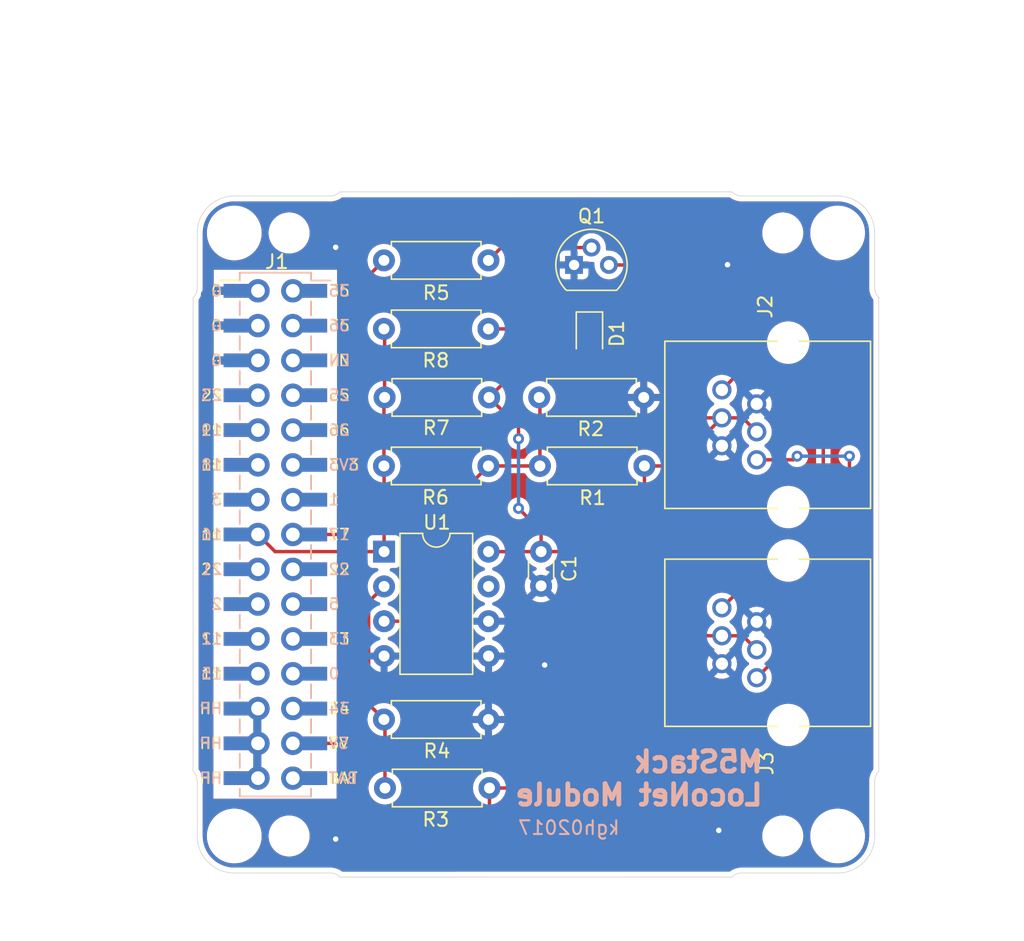
<source format=kicad_pcb>
(kicad_pcb (version 20211014) (generator pcbnew)
  (title_block (title "M5Stack LocoNet Module") (date "2022-10-23"))
  (layers (0 "F.Cu" signal) (31 "B.Cu" signal) (34 "B.Paste" user) (35 "F.Paste" user) (36 "B.SilkS" user "B.Silkscreen") (37 "F.SilkS" user "F.Silkscreen") (38 "B.Mask" user) (39 "F.Mask" user) (44 "Edge.Cuts" user))
  (net 0 "")
  (net 1 "GND")
  (net 2 "+3V3")
  (net 3 "VBUS")
  (net 4 "+5V")
  (net 5 "+BATT")
  (net 6 "Net-(D1-Pad1)")
  (net 22 "Net-(J2-Pad1)")
  (net 23 "Net-(J2-Pad3)")
  (net 24 "Net-(J2-Pad6)")
  (net 25 "Net-(Q1-Pad2)")
  (net 26 "Net-(R1-Pad2)")
  (net 27 "Net-(R3-Pad2)")
  (net 28 "TX")
  (net 29 "RX")
  (footprint "@bf:BF@MountingHole_2.2mm_M2" (layer "F.Cu") (at 109 105)
    (fp_text reference "H5" hide)
    (fp_text value "MountingHole" hide)
    (pad "" np_thru_hole circle (at 0 0) (size 2.2 2.2) (drill 2.2) (layers F&B.Cu *.Mask))
  )
  (footprint "@bf:BF@MountingHole_3.2mm_M3" (layer "F.Cu") (at 149 149)
    (fp_text reference "H3" hide)
    (fp_text value "MountingHole" hide)
    (pad "" np_thru_hole circle (at 0 0) (size 3.2 3.2) (drill 3.2) (layers F&B.Cu *.Mask))
  )
  (footprint "0-LocalLibrary:R_Axial_DIN0207_L6.3mm_D2.5mm_P7.62mm_Horizontal" (layer "F.Cu") (at 123.535 112 180)
    (fp_text reference "R8" (at 3.835 -2.3) (layer "F.SilkS"))
    (fp_text value "470" hide)
    (pad "1" thru_hole circle (at 0 0 180) (size 1.6 1.6) (drill 0.8) (layers *.Cu *.Mask) (net 6 "Net-(D1-Pad1)"))
    (pad "2" thru_hole oval (at 7.62 0 180) (size 1.6 1.6) (drill 0.8) (layers *.Cu *.Mask) (net 29 "RX"))
  )
  (footprint "0-LocalLibrary:R_Axial_DIN0207_L6.3mm_D2.5mm_P7.62mm_Horizontal" (layer "F.Cu") (at 123.535 122 180)
    (fp_text reference "R6" (at 3.86 -2.3) (layer "F.SilkS"))
    (fp_text value "240k" hide)
    (pad "1" thru_hole circle (at 0 0 180) (size 1.6 1.6) (drill 0.8) (layers *.Cu *.Mask) (net 26 "Net-(R1-Pad2)"))
    (pad "2" thru_hole oval (at 7.62 0 180) (size 1.6 1.6) (drill 0.8) (layers *.Cu *.Mask) (net 29 "RX"))
  )
  (footprint "@bf:BF@MountingHole_2.2mm_M2" (layer "F.Cu") (at 109 149)
    (fp_text reference "H8" hide)
    (fp_text value "MountingHole" hide)
    (pad "" np_thru_hole circle (at 0 0) (size 2.2 2.2) (drill 2.2) (layers F&B.Cu *.Mask))
  )
  (footprint "0-LocalLibrary:R_Axial_DIN0207_L6.3mm_D2.5mm_P7.62mm_Horizontal" (layer "F.Cu") (at 115.915 140.5)
    (fp_text reference "R4" (at 3.86 2.3) (layer "F.SilkS"))
    (fp_text value "39k" hide)
    (pad "1" thru_hole circle (at 0 0) (size 1.6 1.6) (drill 0.8) (layers *.Cu *.Mask) (net 27 "Net-(R3-Pad2)"))
    (pad "2" thru_hole oval (at 7.62 0) (size 1.6 1.6) (drill 0.8) (layers *.Cu *.Mask) (net 1 "GND"))
  )
  (footprint "0-LocalLibrary:TO-92" (layer "F.Cu") (at 129.78 107.335)
    (fp_text reference "Q1" (at 1.27 -3.56) (layer "F.SilkS"))
    (fp_text value "2N3904" hide)
    (pad "1" thru_hole rect (at 0 0) (size 1.3 1.3) (drill 0.75) (layers *.Cu *.Mask) (net 1 "GND"))
    (pad "2" thru_hole circle (at 1.27 -1.27) (size 1.3 1.3) (drill 0.75) (layers *.Cu *.Mask) (net 25 "Net-(Q1-Pad2)"))
    (pad "3" thru_hole circle (at 2.54 0) (size 1.3 1.3) (drill 0.75) (layers *.Cu *.Mask) (net 23 "Net-(J2-Pad3)"))
  )
  (footprint "@bf:BF@MountingHole_3.2mm_M3" (layer "F.Cu") (at 105 149)
    (fp_text reference "H4" hide)
    (fp_text value "MountingHole" hide)
    (pad "" np_thru_hole circle (at 0 0) (size 3.2 3.2) (drill 3.2) (layers F&B.Cu *.Mask))
  )
  (footprint "0-LocalLibrary:R_Axial_DIN0207_L6.3mm_D2.5mm_P7.62mm_Horizontal" (layer "F.Cu") (at 123.535 107 180)
    (fp_text reference "R5" (at 3.81 -2.37) (layer "F.SilkS"))
    (fp_text value "4.7K" hide)
    (pad "1" thru_hole circle (at 0 0 180) (size 1.6 1.6) (drill 0.8) (layers *.Cu *.Mask) (net 25 "Net-(Q1-Pad2)"))
    (pad "2" thru_hole oval (at 7.62 0 180) (size 1.6 1.6) (drill 0.8) (layers *.Cu *.Mask) (net 28 "TX"))
  )
  (footprint "0-LocalLibrary:C_Disc_D3.0mm_W1.6mm_P2.50mm" (layer "F.Cu") (at 127.375 128.25 -90)
    (fp_text reference "C1" (at 1.25 -2.05 90) (layer "F.SilkS"))
    (fp_text value "0.1u" hide)
    (pad "1" thru_hole circle (at 0 0 270) (size 1.6 1.6) (drill 0.8) (layers *.Cu *.Mask) (net 4 "+5V"))
    (pad "2" thru_hole circle (at 2.5 0 270) (size 1.6 1.6) (drill 0.8) (layers *.Cu *.Mask) (net 1 "GND"))
  )
  (footprint "0-LocalLibrary:DIP-8_W7.62mm" (layer "F.Cu") (at 115.925 128.25)
    (fp_text reference "U1" (at 3.85 -2.125) (layer "F.SilkS"))
    (fp_text value "LM393" hide)
    (pad "1" thru_hole rect (at 0 0) (size 1.6 1.6) (drill 0.8) (layers *.Cu *.Mask) (net 29 "RX"))
    (pad "2" thru_hole oval (at 0 2.54) (size 1.6 1.6) (drill 0.8) (layers *.Cu *.Mask) (net 27 "Net-(R3-Pad2)"))
    (pad "3" thru_hole oval (at 0 5.08) (size 1.6 1.6) (drill 0.8) (layers *.Cu *.Mask) (net 26 "Net-(R1-Pad2)"))
    (pad "4" thru_hole oval (at 0 7.62) (size 1.6 1.6) (drill 0.8) (layers *.Cu *.Mask) (net 1 "GND"))
    (pad "5" thru_hole oval (at 7.62 7.62) (size 1.6 1.6) (drill 0.8) (layers *.Cu *.Mask) (net 1 "GND"))
    (pad "6" thru_hole oval (at 7.62 5.08) (size 1.6 1.6) (drill 0.8) (layers *.Cu *.Mask) (net 1 "GND"))
    (pad "7" thru_hole oval (at 7.62 2.54) (size 1.6 1.6) (drill 0.8) (layers *.Cu *.Mask))
    (pad "8" thru_hole oval (at 7.62 0) (size 1.6 1.6) (drill 0.8) (layers *.Cu *.Mask) (net 4 "+5V"))
  )
  (footprint "0-LocalLibrary:R_Axial_DIN0207_L6.3mm_D2.5mm_P7.62mm_Horizontal" (layer "F.Cu") (at 123.585 117 180)
    (fp_text reference "R7" (at 3.86 -2.225) (layer "F.SilkS"))
    (fp_text value "1k" hide)
    (pad "1" thru_hole circle (at 0 0 180) (size 1.6 1.6) (drill 0.8) (layers *.Cu *.Mask) (net 4 "+5V"))
    (pad "2" thru_hole oval (at 7.62 0 180) (size 1.6 1.6) (drill 0.8) (layers *.Cu *.Mask) (net 29 "RX"))
  )
  (footprint "@bf:BF@MountingHole_3.2mm_M3" (layer "F.Cu") (at 149 105)
    (fp_text reference "H2" hide)
    (fp_text value "MountingHole" hide)
    (pad "" np_thru_hole circle (at 0 0) (size 3.2 3.2) (drill 3.2) (layers F&B.Cu *.Mask))
  )
  (footprint "@bf:BF@MountingHole_2.2mm_M2" (layer "F.Cu") (at 145 105)
    (fp_text reference "H6" hide)
    (fp_text value "MountingHole" hide)
    (pad "" np_thru_hole circle (at 0 0) (size 2.2 2.2) (drill 2.2) (layers F&B.Cu *.Mask))
  )
  (footprint "0-LocalLibrary:RJ12_6P6C_Jack" (layer "F.Cu") (at 143.9 119 90)
    (fp_text reference "J2" (at 8.625 -0.175 90 unlocked) (layer "F.SilkS"))
    (fp_text value "RJ12" hide)
    (pad "" np_thru_hole circle (at -6 1.5 90) (size 1.524 1.524) (drill 2.3) (layers F&B.Cu *.Mask))
    (pad "" np_thru_hole circle (at 6 1.5 90) (size 1.524 1.524) (drill 2.3) (layers F&B.Cu *.Mask))
    (pad "1" thru_hole circle (at 2.55 -3.34 90) (size 1.4 1.4) (drill 0.9) (layers *.Cu *.Mask) (net 22 "Net-(J2-Pad1)"))
    (pad "2" thru_hole circle (at 1.53 -0.8 90) (size 1.4 1.4) (drill 0.9) (layers *.Cu *.Mask) (net 1 "GND"))
    (pad "3" thru_hole circle (at 0.51 -3.34 90) (size 1.4 1.4) (drill 0.9) (layers *.Cu *.Mask) (net 23 "Net-(J2-Pad3)"))
    (pad "4" thru_hole circle (at -0.51 -0.8 90) (size 1.4 1.4) (drill 0.9) (layers *.Cu *.Mask) (net 23 "Net-(J2-Pad3)"))
    (pad "5" thru_hole circle (at -1.53 -3.34 90) (size 1.4 1.4) (drill 0.9) (layers *.Cu *.Mask) (net 1 "GND"))
    (pad "6" thru_hole circle (at -2.55 -0.8 90) (size 1.4 1.4) (drill 0.9) (layers *.Cu *.Mask) (net 24 "Net-(J2-Pad6)"))
  )
  (footprint "0-LocalLibrary:RJ12_6P6C_Jack" (layer "F.Cu") (at 143.9 134.9 90)
    (fp_text reference "J3" (at -8.8 -0.1 90 unlocked) (layer "F.SilkS"))
    (fp_text value "RJ12" hide)
    (pad "" np_thru_hole circle (at -6 1.5 90) (size 1.524 1.524) (drill 2.3) (layers F&B.Cu *.Mask))
    (pad "" np_thru_hole circle (at 6 1.5 90) (size 1.524 1.524) (drill 2.3) (layers F&B.Cu *.Mask))
    (pad "1" thru_hole circle (at 2.55 -3.34 90) (size 1.4 1.4) (drill 0.9) (layers *.Cu *.Mask) (net 22 "Net-(J2-Pad1)"))
    (pad "2" thru_hole circle (at 1.53 -0.8 90) (size 1.4 1.4) (drill 0.9) (layers *.Cu *.Mask) (net 1 "GND"))
    (pad "3" thru_hole circle (at 0.51 -3.34 90) (size 1.4 1.4) (drill 0.9) (layers *.Cu *.Mask) (net 23 "Net-(J2-Pad3)"))
    (pad "4" thru_hole circle (at -0.51 -0.8 90) (size 1.4 1.4) (drill 0.9) (layers *.Cu *.Mask) (net 23 "Net-(J2-Pad3)"))
    (pad "5" thru_hole circle (at -1.53 -3.34 90) (size 1.4 1.4) (drill 0.9) (layers *.Cu *.Mask) (net 1 "GND"))
    (pad "6" thru_hole circle (at -2.55 -0.8 90) (size 1.4 1.4) (drill 0.9) (layers *.Cu *.Mask) (net 24 "Net-(J2-Pad6)"))
  )
  (footprint "@bf:BF@MountingHole_3.2mm_M3" (layer "F.Cu") (at 105 105)
    (fp_text reference "H1" hide)
    (fp_text value "MountingHole" hide)
    (pad "" np_thru_hole circle (at 0 0) (size 3.2 3.2) (drill 3.2) (layers F&B.Cu *.Mask))
  )
  (footprint "0-LocalLibrary:R_Axial_DIN0207_L6.3mm_D2.5mm_P7.62mm_Horizontal" (layer "F.Cu") (at 127.24 117)
    (fp_text reference "R2" (at 3.76 2.3) (layer "F.SilkS"))
    (fp_text value "150k" hide)
    (pad "1" thru_hole circle (at 0 0) (size 1.6 1.6) (drill 0.8) (layers *.Cu *.Mask) (net 26 "Net-(R1-Pad2)"))
    (pad "2" thru_hole oval (at 7.62 0) (size 1.6 1.6) (drill 0.8) (layers *.Cu *.Mask) (net 1 "GND"))
  )
  (footprint "0-LocalLibrary:R_Axial_DIN0207_L6.3mm_D2.5mm_P7.62mm_Horizontal" (layer "F.Cu") (at 134.91 122 180)
    (fp_text reference "R1" (at 3.785 -2.325) (layer "F.SilkS"))
    (fp_text value "47k" hide)
    (pad "1" thru_hole circle (at 0 0 180) (size 1.6 1.6) (drill 0.8) (layers *.Cu *.Mask) (net 23 "Net-(J2-Pad3)"))
    (pad "2" thru_hole oval (at 7.62 0 180) (size 1.6 1.6) (drill 0.8) (layers *.Cu *.Mask) (net 26 "Net-(R1-Pad2)"))
  )
  (footprint "@bf:BF@MountingHole_2.2mm_M2" (layer "F.Cu") (at 145 149)
    (fp_text reference "H7" hide)
    (fp_text value "MountingHole" hide)
    (pad "" np_thru_hole circle (at 0 0) (size 2.2 2.2) (drill 2.2) (layers F&B.Cu *.Mask))
  )
  (footprint "0-LocalLibrary:LED_0805_2012Metric" (layer "F.Cu") (at 130.9 112.45 -90)
    (fp_text reference "D1" (at -0.1 -2 90) (layer "F.SilkS"))
    (fp_text value "LED" hide)
    (pad "1" smd roundrect (at -0.9375 0 270) (size 0.975 1.4) (layers "F.Cu" "F.Paste" "F.Mask") (net 6 "Net-(D1-Pad1)"))
    (pad "2" smd roundrect (at 0.9375 0 270) (size 0.975 1.4) (layers "F.Cu" "F.Paste" "F.Mask") (net 4 "+5V"))
  )
  (footprint "0-LocalLibrary:BF@M5Stack_MBUS" (layer "F.Cu") (at 108 127)
    (fp_text reference "J1" (at 0.1 -19.9) (layer "F.SilkS"))
    (fp_text value "M-BUS" hide)
    (fp_text user "3" (at -3.81 -2.54 180) (layer "B.SilkS") (effects (font (size 0.8 0.8) (thickness 0.12)) (justify left mirror)))
    (fp_text user "HP" (at -3.81 12.7 180) (layer "B.SilkS") (effects (font (size 0.8 0.8) (thickness 0.12)) (justify left mirror)))
    (fp_text user "16" (at -3.81 0 180) (layer "B.SilkS") (effects (font (size 0.8 0.8) (thickness 0.12)) (justify left mirror)))
    (fp_text user "26" (at 3.81 -7.62 180) (layer "B.SilkS") (effects (font (size 0.8 0.8) (thickness 0.12)) (justify right mirror)))
    (fp_text user "34" (at 3.81 12.7 180) (layer "B.SilkS") (effects (font (size 0.8 0.8) (thickness 0.12)) (justify right mirror)))
    (fp_text user "21" (at -3.81 2.54 180) (layer "B.SilkS") (effects (font (size 0.8 0.8) (thickness 0.12)) (justify left mirror)))
    (fp_text user "HP" (at -3.81 15.24 180) (layer "B.SilkS") (effects (font (size 0.8 0.8) (thickness 0.12)) (justify left mirror)))
    (fp_text user "2" (at -3.81 5.08 180) (layer "B.SilkS") (effects (font (size 0.8 0.8) (thickness 0.12)) (justify left mirror)))
    (fp_text user "G" (at -3.81 -12.7 180) (layer "B.SilkS") (effects (font (size 0.8 0.8) (thickness 0.12)) (justify left mirror)))
    (fp_text user "5" (at 3.81 5.08 180) (layer "B.SilkS") (effects (font (size 0.8 0.8) (thickness 0.12)) (justify right mirror)))
    (fp_text user "25" (at 3.81 -10.16 180) (layer "B.SilkS") (effects (font (size 0.8 0.8) (thickness 0.12)) (justify right mirror)))
    (fp_text user "36" (at 3.81 -15.24 180) (layer "B.SilkS") (effects (font (size 0.8 0.8) (thickness 0.12)) (justify right mirror)))
    (fp_text user "3V3" (at 3.81 -5.08 180) (layer "B.SilkS") (effects (font (size 0.8 0.8) (thickness 0.12)) (justify right mirror)))
    (fp_text user "18" (at -3.81 -5.08 180) (layer "B.SilkS") (effects (font (size 0.8 0.8) (thickness 0.12)) (justify left mirror)))
    (fp_text user "13" (at 3.81 7.62 180) (layer "B.SilkS") (effects (font (size 0.8 0.8) (thickness 0.12)) (justify right mirror)))
    (fp_text user "22" (at 3.81 2.54 180) (layer "B.SilkS") (effects (font (size 0.8 0.8) (thickness 0.12)) (justify right mirror)))
    (fp_text user "35" (at 3.81 -17.78 180) (layer "B.SilkS") (effects (font (size 0.8 0.8) (thickness 0.12)) (justify right mirror)))
    (fp_text user "HP" (at -3.81 17.78 180) (layer "B.SilkS") (effects (font (size 0.8 0.8) (thickness 0.12)) (justify left mirror)))
    (fp_text user "1" (at 3.81 -2.54 180) (layer "B.SilkS") (effects (font (size 0.8 0.8) (thickness 0.12)) (justify right mirror)))
    (fp_text user "5V" (at 3.81 15.24 180) (layer "B.SilkS") (effects (font (size 0.8 0.8) (thickness 0.12)) (justify right mirror)))
    (fp_text user "G" (at -3.81 -15.24 180) (layer "B.SilkS") (effects (font (size 0.8 0.8) (thickness 0.12)) (justify left mirror)))
    (fp_text user "23" (at -3.81 -10.16 180) (layer "B.SilkS") (effects (font (size 0.8 0.8) (thickness 0.12)) (justify left mirror)))
    (fp_text user "G" (at -3.81 -17.78 180) (layer "B.SilkS") (effects (font (size 0.8 0.8) (thickness 0.12)) (justify left mirror)))
    (fp_text user "0" (at 3.81 10.16 180) (layer "B.SilkS") (effects (font (size 0.8 0.8) (thickness 0.12)) (justify right mirror)))
    (fp_text user "17" (at 3.81 0 180) (layer "B.SilkS") (effects (font (size 0.8 0.8) (thickness 0.12)) (justify right mirror)))
    (fp_text user "15" (at -3.81 10.16 180) (layer "B.SilkS") (effects (font (size 0.8 0.8) (thickness 0.12)) (justify left mirror)))
    (fp_text user "12" (at -3.81 7.62 180) (layer "B.SilkS") (effects (font (size 0.8 0.8) (thickness 0.12)) (justify left mirror)))
    (fp_text user "19" (at -3.81 -7.62 180) (layer "B.SilkS") (effects (font (size 0.8 0.8) (thickness 0.12)) (justify left mirror)))
    (fp_text user "BAT" (at 3.81 17.78 180) (layer "B.SilkS") (effects (font (size 0.8 0.8) (thickness 0.12)) (justify right mirror)))
    (fp_text user "EN" (at 3.81 -12.7 180) (layer "B.SilkS") (effects (font (size 0.8 0.8) (thickness 0.12)) (justify right mirror)))
    (fp_text user "BAT" (at 3.81 17.78) (layer "F.SilkS") (effects (font (size 0.8 0.8) (thickness 0.12)) (justify left)))
    (fp_text user "HP" (at -3.81 17.78) (layer "F.SilkS") (effects (font (size 0.8 0.8) (thickness 0.12)) (justify right)))
    (fp_text user "19" (at -3.81 -7.62) (layer "F.SilkS") (effects (font (size 0.8 0.8) (thickness 0.12)) (justify right)))
    (fp_text user "34" (at 3.81 12.7) (layer "F.SilkS") (effects (font (size 0.8 0.8) (thickness 0.12)) (justify left)))
    (fp_text user "12" (at -3.81 7.62) (layer "F.SilkS") (effects (font (size 0.8 0.8) (thickness 0.12)) (justify right)))
    (fp_text user "35" (at 3.81 -17.78) (layer "F.SilkS") (effects (font (size 0.8 0.8) (thickness 0.12)) (justify left)))
    (fp_text user "3V3" (at 3.81 -5.08) (layer "F.SilkS") (effects (font (size 0.8 0.8) (thickness 0.12)) (justify left)))
    (fp_text user "3" (at -3.81 -2.54) (layer "F.SilkS") (effects (font (size 0.8 0.8) (thickness 0.12)) (justify right)))
    (fp_text user "G" (at -3.81 -17.78) (layer "F.SilkS") (effects (font (size 0.8 0.8) (thickness 0.12)) (justify right)))
    (fp_text user "18" (at -3.81 -5.08) (layer "F.SilkS") (effects (font (size 0.8 0.8) (thickness 0.12)) (justify right)))
    (fp_text user "23" (at -3.81 -10.16) (layer "F.SilkS") (effects (font (size 0.8 0.8) (thickness 0.12)) (justify right)))
    (fp_text user "16" (at -3.81 0) (layer "F.SilkS") (effects (font (size 0.8 0.8) (thickness 0.12)) (justify right)))
    (fp_text user "13" (at 3.81 7.62) (layer "F.SilkS") (effects (font (size 0.8 0.8) (thickness 0.12)) (justify left)))
    (fp_text user "2" (at -3.81 5.08) (layer "F.SilkS") (effects (font (size 0.8 0.8) (thickness 0.12)) (justify right)))
    (fp_text user "22" (at 3.81 2.54) (layer "F.SilkS") (effects (font (size 0.8 0.8) (thickness 0.12)) (justify left)))
    (fp_text user "21" (at -3.81 2.54) (layer "F.SilkS") (effects (font (size 0.8 0.8) (thickness 0.12)) (justify right)))
    (fp_text user "0" (at 3.81 10.16) (layer "F.SilkS") (effects (font (size 0.8 0.8) (thickness 0.12)) (justify left)))
    (fp_text user "G" (at -3.81 -15.24) (layer "F.SilkS") (effects (font (size 0.8 0.8) (thickness 0.12)) (justify right)))
    (fp_text user "15" (at -3.81 10.16) (layer "F.SilkS") (effects (font (size 0.8 0.8) (thickness 0.12)) (justify right)))
    (fp_text user "1" (at 3.81 -2.54) (layer "F.SilkS") (effects (font (size 0.8 0.8) (thickness 0.12)) (justify left)))
    (fp_text user "HP" (at -3.81 15.24) (layer "F.SilkS") (effects (font (size 0.8 0.8) (thickness 0.12)) (justify right)))
    (fp_text user "5V" (at 3.81 15.24) (layer "F.SilkS") (effects (font (size 0.8 0.8) (thickness 0.12)) (justify left)))
    (fp_text user "26" (at 3.81 -7.62) (layer "F.SilkS") (effects (font (size 0.8 0.8) (thickness 0.12)) (justify left)))
    (fp_text user "EN" (at 3.81 -12.7) (layer "F.SilkS") (effects (font (size 0.8 0.8) (thickness 0.12)) (justify left)))
    (fp_text user "25" (at 3.81 -10.16) (layer "F.SilkS") (effects (font (size 0.8 0.8) (thickness 0.12)) (justify left)))
    (fp_text user "5" (at 3.81 5.08) (layer "F.SilkS") (effects (font (size 0.8 0.8) (thickness 0.12)) (justify left)))
    (fp_text user "HP" (at -3.81 12.7) (layer "F.SilkS") (effects (font (size 0.8 0.8) (thickness 0.12)) (justify right)))
    (fp_text user "36" (at 3.81 -15.24) (layer "F.SilkS") (effects (font (size 0.8 0.8) (thickness 0.12)) (justify left)))
    (fp_text user "17" (at 3.81 0) (layer "F.SilkS") (effects (font (size 0.8 0.8) (thickness 0.12)) (justify left)))
    (fp_text user "G" (at -3.81 -12.7) (layer "F.SilkS") (effects (font (size 0.8 0.8) (thickness 0.12)) (justify right)))
    (pad "" np_thru_hole circle (at 0 16.51 180) (size 1 1) (drill 1) (layers *.Cu *.Mask))
    (pad "" np_thru_hole circle (at 0 -16.51 180) (size 1 1) (drill 1) (layers F&B.Cu *.Mask))
    (pad "" np_thru_hole circle (at 0 13.97 180) (size 1 1) (drill 1) (layers *.Cu *.Mask))
    (pad "" np_thru_hole circle (at 0 -13.97 180) (size 1 1) (drill 1) (layers F&B.Cu *.Mask))
    (pad "1" smd custom (at 1.27 -17.78 180) (size 1 1) (layers "B.Cu" "B.Mask") (options (clearance outline) (anchor rect)) (primitives (gr_poly (pts (xy 0.5 0.5) (xy 0.5 -0.5) (xy -2.5 -0.5) (xy -2.5 0.5)) (width 0) (fill yes))))
    (pad "1" thru_hole circle (at 1.27 -17.78 180) (size 1.7 1.7) (drill 1) (layers *.Cu *.Mask))
    (pad "1" smd custom (at 1.27 -17.78 180) (size 1 1) (layers "F.Cu" "F.Mask") (options (clearance outline) (anchor rect)) (primitives (gr_poly (pts (xy 0.5 0.5) (xy 0.5 -0.5) (xy -2.5 -0.5) (xy -2.5 0.5)) (width 0) (fill yes))))
    (pad "2" thru_hole circle (at -1.27 -17.78) (size 1.7 1.7) (drill 1) (layers *.Cu *.Mask) (net 1 "GND"))
    (pad "2" smd custom (at -1.27 -17.78) (size 1 1) (layers "B.Cu" "B.Mask") (net 1 "GND") (options (clearance outline) (anchor rect)) (primitives (gr_poly (pts (xy 0.5 0.5) (xy 0.5 -0.5) (xy -2.5 -0.5) (xy -2.5 0.5)) (width 0) (fill yes))))
    (pad "2" smd custom (at -1.27 -17.78) (size 1 1) (layers "F.Cu" "F.Mask") (net 1 "GND") (options (clearance outline) (anchor rect)) (primitives (gr_poly (pts (xy 0.5 0.5) (xy 0.5 -0.5) (xy -2.5 -0.5) (xy -2.5 0.5)) (width 0) (fill yes))))
    (pad "3" smd custom (at 1.27 -15.24 180) (size 1 1) (layers "B.Cu" "B.Mask") (options (clearance outline) (anchor rect)) (primitives (gr_poly (pts (xy 0.5 0.5) (xy 0.5 -0.5) (xy -2.5 -0.5) (xy -2.5 0.5)) (width 0) (fill yes))))
    (pad "3" smd custom (at 1.27 -15.24 180) (size 1 1) (layers "F.Cu" "F.Mask") (options (clearance outline) (anchor rect)) (primitives (gr_poly (pts (xy 0.5 0.5) (xy 0.5 -0.5) (xy -2.5 -0.5) (xy -2.5 0.5)) (width 0) (fill yes))))
    (pad "3" thru_hole circle (at 1.27 -15.24 180) (size 1.7 1.7) (drill 1) (layers *.Cu *.Mask))
    (pad "4" thru_hole circle (at -1.27 -15.24) (size 1.7 1.7) (drill 1) (layers *.Cu *.Mask) (net 1 "GND"))
    (pad "4" smd custom (at -1.27 -15.24) (size 1 1) (layers "B.Cu" "B.Mask") (net 1 "GND") (options (clearance outline) (anchor rect)) (primitives (gr_poly (pts (xy 0.5 0.5) (xy 0.5 -0.5) (xy -2.5 -0.5) (xy -2.5 0.5)) (width 0) (fill yes))))
    (pad "4" smd custom (at -1.27 -15.24) (size 1 1) (layers "F.Cu" "F.Mask") (net 1 "GND") (options (clearance outline) (anchor rect)) (primitives (gr_poly (pts (xy 0.5 0.5) (xy 0.5 -0.5) (xy -2.5 -0.5) (xy -2.5 0.5)) (width 0) (fill yes))))
    (pad "5" smd custom (at 1.27 -12.7 180) (size 1 1) (layers "B.Cu" "B.Mask") (options (clearance outline) (anchor rect)) (primitives (gr_poly (pts (xy 0.5 0.5) (xy 0.5 -0.5) (xy -2.5 -0.5) (xy -2.5 0.5)) (width 0) (fill yes))))
    (pad "5" smd custom (at 1.27 -12.7 180) (size 1 1) (layers "F.Cu" "F.Mask") (options (clearance outline) (anchor rect)) (primitives (gr_poly (pts (xy 0.5 0.5) (xy 0.5 -0.5) (xy -2.5 -0.5) (xy -2.5 0.5)) (width 0) (fill yes))))
    (pad "5" thru_hole circle (at 1.27 -12.7 180) (size 1.7 1.7) (drill 1) (layers *.Cu *.Mask))
    (pad "6" smd custom (at -1.27 -12.7) (size 1 1) (layers "B.Cu" "B.Mask") (net 1 "GND") (options (clearance outline) (anchor rect)) (primitives (gr_poly (pts (xy 0.5 0.5) (xy 0.5 -0.5) (xy -2.5 -0.5) (xy -2.5 0.5)) (width 0) (fill yes))))
    (pad "6" thru_hole circle (at -1.27 -12.7) (size 1.7 1.7) (drill 1) (layers *.Cu *.Mask) (net 1 "GND"))
    (pad "6" smd custom (at -1.27 -12.7) (size 1 1) (layers "F.Cu" "F.Mask") (net 1 "GND") (options (clearance outline) (anchor rect)) (primitives (gr_poly (pts (xy 0.5 0.5) (xy 0.5 -0.5) (xy -2.5 -0.5) (xy -2.5 0.5)) (width 0) (fill yes))))
    (pad "7" smd custom (at 1.27 -10.16 180) (size 1 1) (layers "B.Cu" "B.Mask") (options (clearance outline) (anchor rect)) (primitives (gr_poly (pts (xy 0.5 0.5) (xy 0.5 -0.5) (xy -2.5 -0.5) (xy -2.5 0.5)) (width 0) (fill yes))))
    (pad "7" smd custom (at 1.27 -10.16 180) (size 1 1) (layers "F.Cu" "F.Mask") (options (clearance outline) (anchor rect)) (primitives (gr_poly (pts (xy 0.5 0.5) (xy 0.5 -0.5) (xy -2.5 -0.5) (xy -2.5 0.5)) (width 0) (fill yes))))
    (pad "7" thru_hole circle (at 1.27 -10.16 180) (size 1.7 1.7) (drill 1) (layers *.Cu *.Mask))
    (pad "8" thru_hole circle (at -1.27 -10.16) (size 1.7 1.7) (drill 1) (layers *.Cu *.Mask))
    (pad "8" smd custom (at -1.27 -10.16) (size 1 1) (layers "F.Cu" "F.Mask") (options (clearance outline) (anchor rect)) (primitives (gr_poly (pts (xy 0.5 0.5) (xy 0.5 -0.5) (xy -2.5 -0.5) (xy -2.5 0.5)) (width 0) (fill yes))))
    (pad "8" smd custom (at -1.27 -10.16) (size 1 1) (layers "B.Cu" "B.Mask") (options (clearance outline) (anchor rect)) (primitives (gr_poly (pts (xy 0.5 0.5) (xy 0.5 -0.5) (xy -2.5 -0.5) (xy -2.5 0.5)) (width 0) (fill yes))))
    (pad "9" smd custom (at 1.27 -7.62 180) (size 1 1) (layers "B.Cu" "B.Mask") (options (clearance outline) (anchor rect)) (primitives (gr_poly (pts (xy 0.5 0.5) (xy 0.5 -0.5) (xy -2.5 -0.5) (xy -2.5 0.5)) (width 0) (fill yes))))
    (pad "9" thru_hole circle (at 1.27 -7.62 180) (size 1.7 1.7) (drill 1) (layers *.Cu *.Mask))
    (pad "9" smd custom (at 1.27 -7.62 180) (size 1 1) (layers "F.Cu" "F.Mask") (options (clearance outline) (anchor rect)) (primitives (gr_poly (pts (xy 0.5 0.5) (xy 0.5 -0.5) (xy -2.5 -0.5) (xy -2.5 0.5)) (width 0) (fill yes))))
    (pad "10" smd custom (at -1.27 -7.62) (size 1 1) (layers "F.Cu" "F.Mask") (options (clearance outline) (anchor rect)) (primitives (gr_poly (pts (xy 0.5 0.5) (xy 0.5 -0.5) (xy -2.5 -0.5) (xy -2.5 0.5)) (width 0) (fill yes))))
    (pad "10" thru_hole circle (at -1.27 -7.62) (size 1.7 1.7) (drill 1) (layers *.Cu *.Mask))
    (pad "10" smd custom (at -1.27 -7.62) (size 1 1) (layers "B.Cu" "B.Mask") (options (clearance outline) (anchor rect)) (primitives (gr_poly (pts (xy 0.5 0.5) (xy 0.5 -0.5) (xy -2.5 -0.5) (xy -2.5 0.5)) (width 0) (fill yes))))
    (pad "11" thru_hole circle (at 1.27 -5.08 180) (size 1.7 1.7) (drill 1) (layers *.Cu *.Mask) (net 2 "+3V3"))
    (pad "11" smd custom (at 1.27 -5.08 180) (size 1 1) (layers "B.Cu" "B.Mask") (net 2 "+3V3") (options (clearance outline) (anchor rect)) (primitives (gr_poly (pts (xy 0.5 0.5) (xy 0.5 -0.5) (xy -2.5 -0.5) (xy -2.5 0.5)) (width 0) (fill yes))))
    (pad "11" smd custom (at 1.27 -5.08 180) (size 1 1) (layers "F.Cu" "F.Mask") (net 2 "+3V3") (options (clearance outline) (anchor rect)) (primitives (gr_poly (pts (xy 0.5 0.5) (xy 0.5 -0.5) (xy -2.5 -0.5) (xy -2.5 0.5)) (width 0) (fill yes))))
    (pad "12" smd custom (at -1.27 -5.08) (size 1 1) (layers "B.Cu" "B.Mask") (options (clearance outline) (anchor rect)) (primitives (gr_poly (pts (xy 0.5 0.5) (xy 0.5 -0.5) (xy -2.5 -0.5) (xy -2.5 0.5)) (width 0) (fill yes))))
    (pad "12" smd custom (at -1.27 -5.08) (size 1 1) (layers "F.Cu" "F.Mask") (options (clearance outline) (anchor rect)) (primitives (gr_poly (pts (xy 0.5 0.5) (xy 0.5 -0.5) (xy -2.5 -0.5) (xy -2.5 0.5)) (width 0) (fill yes))))
    (pad "12" thru_hole circle (at -1.27 -5.08) (size 1.7 1.7) (drill 1) (layers *.Cu *.Mask))
    (pad "13" thru_hole circle (at 1.27 -2.54 180) (size 1.7 1.7) (drill 1) (layers *.Cu *.Mask))
    (pad "13" smd custom (at 1.27 -2.54 180) (size 1 1) (layers "F.Cu" "F.Mask") (options (clearance outline) (anchor rect)) (primitives (gr_poly (pts (xy 0.5 0.5) (xy 0.5 -0.5) (xy -2.5 -0.5) (xy -2.5 0.5)) (width 0) (fill yes))))
    (pad "13" smd custom (at 1.27 -2.54 180) (size 1 1) (layers "B.Cu" "B.Mask") (options (clearance outline) (anchor rect)) (primitives (gr_poly (pts (xy 0.5 0.5) (xy 0.5 -0.5) (xy -2.5 -0.5) (xy -2.5 0.5)) (width 0) (fill yes))))
    (pad "14" smd custom (at -1.27 -2.54) (size 1 1) (layers "B.Cu" "B.Mask") (options (clearance outline) (anchor rect)) (primitives (gr_poly (pts (xy 0.5 0.5) (xy 0.5 -0.5) (xy -2.5 -0.5) (xy -2.5 0.5)) (width 0) (fill yes))))
    (pad "14" thru_hole circle (at -1.27 -2.54) (size 1.7 1.7) (drill 1) (layers *.Cu *.Mask))
    (pad "14" smd custom (at -1.27 -2.54) (size 1 1) (layers "F.Cu" "F.Mask") (options (clearance outline) (anchor rect)) (primitives (gr_poly (pts (xy 0.5 0.5) (xy 0.5 -0.5) (xy -2.5 -0.5) (xy -2.5 0.5)) (width 0) (fill yes))))
    (pad "15" smd custom (at 1.27 0 180) (size 1 1) (layers "B.Cu" "B.Mask") (net 28 "TX") (options (clearance outline) (anchor rect)) (primitives (gr_poly (pts (xy 0.5 0.5) (xy 0.5 -0.5) (xy -2.5 -0.5) (xy -2.5 0.5)) (width 0) (fill yes))))
    (pad "15" thru_hole circle (at 1.27 0 180) (size 1.7 1.7) (drill 1) (layers *.Cu *.Mask) (net 28 "TX"))
    (pad "15" smd custom (at 1.27 0 180) (size 1 1) (layers "F.Cu" "F.Mask") (net 28 "TX") (options (clearance outline) (anchor rect)) (primitives (gr_poly (pts (xy 0.5 0.5) (xy 0.5 -0.5) (xy -2.5 -0.5) (xy -2.5 0.5)) (width 0) (fill yes))))
    (pad "16" smd custom (at -1.27 0) (size 1 1) (layers "B.Cu" "B.Mask") (net 29 "RX") (options (clearance outline) (anchor rect)) (primitives (gr_poly (pts (xy 0.5 0.5) (xy 0.5 -0.5) (xy -2.5 -0.5) (xy -2.5 0.5)) (width 0) (fill yes))))
    (pad "16" thru_hole circle (at -1.27 0) (size 1.7 1.7) (drill 1) (layers *.Cu *.Mask) (net 29 "RX"))
    (pad "16" smd custom (at -1.27 0) (size 1 1) (layers "F.Cu" "F.Mask") (net 29 "RX") (options (clearance outline) (anchor rect)) (primitives (gr_poly (pts (xy 0.5 0.5) (xy 0.5 -0.5) (xy -2.5 -0.5) (xy -2.5 0.5)) (width 0) (fill yes))))
    (pad "17" smd custom (at 1.27 2.54 180) (size 1 1) (layers "F.Cu" "F.Mask") (options (clearance outline) (anchor rect)) (primitives (gr_poly (pts (xy 0.5 0.5) (xy 0.5 -0.5) (xy -2.5 -0.5) (xy -2.5 0.5)) (width 0) (fill yes))))
    (pad "17" smd custom (at 1.27 2.54 180) (size 1 1) (layers "B.Cu" "B.Mask") (options (clearance outline) (anchor rect)) (primitives (gr_poly (pts (xy 0.5 0.5) (xy 0.5 -0.5) (xy -2.5 -0.5) (xy -2.5 0.5)) (width 0) (fill yes))))
    (pad "17" thru_hole circle (at 1.27 2.54 180) (size 1.7 1.7) (drill 1) (layers *.Cu *.Mask))
    (pad "18" thru_hole circle (at -1.27 2.54) (size 1.7 1.7) (drill 1) (layers *.Cu *.Mask))
    (pad "18" smd custom (at -1.27 2.54) (size 1 1) (layers "F.Cu" "F.Mask") (options (clearance outline) (anchor rect)) (primitives (gr_poly (pts (xy 0.5 0.5) (xy 0.5 -0.5) (xy -2.5 -0.5) (xy -2.5 0.5)) (width 0) (fill yes))))
    (pad "18" smd custom (at -1.27 2.54) (size 1 1) (layers "B.Cu" "B.Mask") (options (clearance outline) (anchor rect)) (primitives (gr_poly (pts (xy 0.5 0.5) (xy 0.5 -0.5) (xy -2.5 -0.5) (xy -2.5 0.5)) (width 0) (fill yes))))
    (pad "19" smd custom (at 1.27 5.08 180) (size 1 1) (layers "B.Cu" "B.Mask") (options (clearance outline) (anchor rect)) (primitives (gr_poly (pts (xy 0.5 0.5) (xy 0.5 -0.5) (xy -2.5 -0.5) (xy -2.5 0.5)) (width 0) (fill yes))))
    (pad "19" thru_hole circle (at 1.27 5.08 180) (size 1.7 1.7) (drill 1) (layers *.Cu *.Mask))
    (pad "19" smd custom (at 1.27 5.08 180) (size 1 1) (layers "F.Cu" "F.Mask") (options (clearance outline) (anchor rect)) (primitives (gr_poly (pts (xy 0.5 0.5) (xy 0.5 -0.5) (xy -2.5 -0.5) (xy -2.5 0.5)) (width 0) (fill yes))))
    (pad "20" smd custom (at -1.27 5.08) (size 1 1) (layers "B.Cu" "B.Mask") (options (clearance outline) (anchor rect)) (primitives (gr_poly (pts (xy 0.5 0.5) (xy 0.5 -0.5) (xy -2.5 -0.5) (xy -2.5 0.5)) (width 0) (fill yes))))
    (pad "20" thru_hole circle (at -1.27 5.08) (size 1.7 1.7) (drill 1) (layers *.Cu *.Mask))
    (pad "20" smd custom (at -1.27 5.08) (size 1 1) (layers "F.Cu" "F.Mask") (options (clearance outline) (anchor rect)) (primitives (gr_poly (pts (xy 0.5 0.5) (xy 0.5 -0.5) (xy -2.5 -0.5) (xy -2.5 0.5)) (width 0) (fill yes))))
    (pad "21" smd custom (at 1.27 7.62 180) (size 1 1) (layers "F.Cu" "F.Mask") (options (clearance outline) (anchor rect)) (primitives (gr_poly (pts (xy 0.5 0.5) (xy 0.5 -0.5) (xy -2.5 -0.5) (xy -2.5 0.5)) (width 0) (fill yes))))
    (pad "21" smd custom (at 1.27 7.62 180) (size 1 1) (layers "B.Cu" "B.Mask") (options (clearance outline) (anchor rect)) (primitives (gr_poly (pts (xy 0.5 0.5) (xy 0.5 -0.5) (xy -2.5 -0.5) (xy -2.5 0.5)) (width 0) (fill yes))))
    (pad "21" thru_hole circle (at 1.27 7.62 180) (size 1.7 1.7) (drill 1) (layers *.Cu *.Mask))
    (pad "22" smd custom (at -1.27 7.62) (size 1 1) (layers "B.Cu" "B.Mask") (options (clearance outline) (anchor rect)) (primitives (gr_poly (pts (xy 0.5 0.5) (xy 0.5 -0.5) (xy -2.5 -0.5) (xy -2.5 0.5)) (width 0) (fill yes))))
    (pad "22" thru_hole circle (at -1.27 7.62) (size 1.7 1.7) (drill 1) (layers *.Cu *.Mask))
    (pad "22" smd custom (at -1.27 7.62) (size 1 1) (layers "F.Cu" "F.Mask") (options (clearance outline) (anchor rect)) (primitives (gr_poly (pts (xy 0.5 0.5) (xy 0.5 -0.5) (xy -2.5 -0.5) (xy -2.5 0.5)) (width 0) (fill yes))))
    (pad "23" smd custom (at 1.27 10.16 180) (size 1 1) (layers "F.Cu" "F.Mask") (options (clearance outline) (anchor rect)) (primitives (gr_poly (pts (xy 0.5 0.5) (xy 0.5 -0.5) (xy -2.5 -0.5) (xy -2.5 0.5)) (width 0) (fill yes))))
    (pad "23" smd custom (at 1.27 10.16 180) (size 1 1) (layers "B.Cu" "B.Mask") (options (clearance outline) (anchor rect)) (primitives (gr_poly (pts (xy 0.5 0.5) (xy 0.5 -0.5) (xy -2.5 -0.5) (xy -2.5 0.5)) (width 0) (fill yes))))
    (pad "23" thru_hole circle (at 1.27 10.16 180) (size 1.7 1.7) (drill 1) (layers *.Cu *.Mask))
    (pad "24" smd custom (at -1.27 10.16) (size 1 1) (layers "F.Cu" "F.Mask") (options (clearance outline) (anchor rect)) (primitives (gr_poly (pts (xy 0.5 0.5) (xy 0.5 -0.5) (xy -2.5 -0.5) (xy -2.5 0.5)) (width 0) (fill yes))))
    (pad "24" thru_hole circle (at -1.27 10.16) (size 1.7 1.7) (drill 1) (layers *.Cu *.Mask))
    (pad "24" smd custom (at -1.27 10.16) (size 1 1) (layers "B.Cu" "B.Mask") (options (clearance outline) (anchor rect)) (primitives (gr_poly (pts (xy 0.5 0.5) (xy 0.5 -0.5) (xy -2.5 -0.5) (xy -2.5 0.5)) (width 0) (fill yes))))
    (pad "25" thru_hole circle (at 1.27 12.7 180) (size 1.7 1.7) (drill 1) (layers *.Cu *.Mask))
    (pad "25" smd custom (at 1.27 12.7 180) (size 1 1) (layers "B.Cu" "B.Mask") (options (clearance outline) (anchor rect)) (primitives (gr_poly (pts (xy 0.5 0.5) (xy 0.5 -0.5) (xy -2.5 -0.5) (xy -2.5 0.5)) (width 0) (fill yes))))
    (pad "25" smd custom (at 1.27 12.7 180) (size 1 1) (layers "F.Cu" "F.Mask") (options (clearance outline) (anchor rect)) (primitives (gr_poly (pts (xy 0.5 0.5) (xy 0.5 -0.5) (xy -2.5 -0.5) (xy -2.5 0.5)) (width 0) (fill yes))))
    (pad "26" thru_hole circle (at -1.27 12.7) (size 1.7 1.7) (drill 1) (layers *.Cu *.Mask) (net 3 "VBUS"))
    (pad "26" smd custom (at -1.27 12.7) (size 1 1) (layers "B.Cu" "B.Mask") (net 3 "VBUS") (options (clearance outline) (anchor rect)) (primitives (gr_poly (pts (xy 0.5 0.5) (xy 0.5 -0.5) (xy -2.5 -0.5) (xy -2.5 0.5)) (width 0) (fill yes))))
    (pad "26" smd custom (at -1.27 12.7) (size 1 1) (layers "F.Cu" "F.Mask") (net 3 "VBUS") (options (clearance outline) (anchor rect)) (primitives (gr_poly (pts (xy 0.5 0.5) (xy 0.5 -0.5) (xy -2.5 -0.5) (xy -2.5 0.5)) (width 0) (fill yes))))
    (pad "27" smd custom (at 1.27 15.24 180) (size 1 1) (layers "B.Cu" "B.Mask") (net 4 "+5V") (options (clearance outline) (anchor rect)) (primitives (gr_poly (pts (xy 0.5 0.5) (xy 0.5 -0.5) (xy -2.5 -0.5) (xy -2.5 0.5)) (width 0) (fill yes))))
    (pad "27" smd custom (at 1.27 15.24 180) (size 1 1) (layers "F.Cu" "F.Mask") (net 4 "+5V") (options (clearance outline) (anchor rect)) (primitives (gr_poly (pts (xy 0.5 0.5) (xy 0.5 -0.5) (xy -2.5 -0.5) (xy -2.5 0.5)) (width 0) (fill yes))))
    (pad "27" thru_hole circle (at 1.27 15.24 180) (size 1.7 1.7) (drill 1) (layers *.Cu *.Mask) (net 4 "+5V"))
    (pad "28" smd custom (at -1.27 15.24) (size 1 1) (layers "B.Cu" "B.Mask") (net 3 "VBUS") (options (clearance outline) (anchor rect)) (primitives (gr_poly (pts (xy 0.5 0.5) (xy 0.5 -0.5) (xy -2.5 -0.5) (xy -2.5 0.5)) (width 0) (fill yes))))
    (pad "28" smd custom (at -1.27 15.24) (size 1 1) (layers "F.Cu" "F.Mask") (net 3 "VBUS") (options (clearance outline) (anchor rect)) (primitives (gr_poly (pts (xy 0.5 0.5) (xy 0.5 -0.5) (xy -2.5 -0.5) (xy -2.5 0.5)) (width 0) (fill yes))))
    (pad "28" thru_hole circle (at -1.27 15.24) (size 1.7 1.7) (drill 1) (layers *.Cu *.Mask) (net 3 "VBUS"))
    (pad "29" thru_hole circle (at 1.27 17.78 180) (size 1.7 1.7) (drill 1) (layers *.Cu *.Mask) (net 5 "+BATT"))
    (pad "29" smd custom (at 1.27 17.78 180) (size 1 1) (layers "F.Cu" "F.Mask") (net 5 "+BATT") (options (clearance outline) (anchor rect)) (primitives (gr_poly (pts (xy 0.5 0.5) (xy 0.5 -0.5) (xy -2.5 -0.5) (xy -2.5 0.5)) (width 0) (fill yes))))
    (pad "29" smd custom (at 1.27 17.78 180) (size 1 1) (layers "B.Cu" "B.Mask") (net 5 "+BATT") (options (clearance outline) (anchor rect)) (primitives (gr_poly (pts (xy 0.5 0.5) (xy 0.5 -0.5) (xy -2.5 -0.5) (xy -2.5 0.5)) (width 0) (fill yes))))
    (pad "30" thru_hole circle (at -1.27 17.78) (size 1.7 1.7) (drill 1) (layers *.Cu *.Mask) (net 3 "VBUS"))
    (pad "30" smd custom (at -1.27 17.78) (size 1 1) (layers "B.Cu" "B.Mask") (net 3 "VBUS") (options (clearance outline) (anchor rect)) (primitives (gr_poly (pts (xy 0.5 0.5) (xy 0.5 -0.5) (xy -2.5 -0.5) (xy -2.5 0.5)) (width 0) (fill yes))))
    (pad "30" smd custom (at -1.27 17.78) (size 1 1) (layers "F.Cu" "F.Mask") (net 3 "VBUS") (options (clearance outline) (anchor rect)) (primitives (gr_poly (pts (xy 0.5 0.5) (xy 0.5 -0.5) (xy -2.5 -0.5) (xy -2.5 0.5)) (width 0) (fill yes))))
  )
  (footprint "0-LocalLibrary:R_Axial_DIN0207_L6.3mm_D2.5mm_P7.62mm_Horizontal" (layer "F.Cu") (at 123.61 145.5 180)
    (fp_text reference "R3" (at 3.91 -2.3) (layer "F.SilkS"))
    (fp_text value "27k" hide)
    (pad "1" thru_hole circle (at 0 0 180) (size 1.6 1.6) (drill 0.8) (layers *.Cu *.Mask) (net 4 "+5V"))
    (pad "2" thru_hole oval (at 7.62 0 180) (size 1.6 1.6) (drill 0.8) (layers *.Cu *.Mask) (net 27 "Net-(R3-Pad2)"))
  )
  (gr_line (start 149 102.3) (end 142 102.3) (layer "Edge.Cuts") (width 0.05))
  (gr_arc (start 142 102.3) (mid 141.614094 102.222538) (end 141.287974 102.002153) (layer "Edge.Cuts") (width 0.05))
  (gr_arc (start 112.71325 102.000909) (mid 112.386711 102.222201) (end 112 102.3) (layer "Edge.Cuts") (width 0.05))
  (gr_arc (start 149 102.3) (mid 150.909188 103.090812) (end 151.7 105) (layer "Edge.Cuts") (width 0.05))
  (gr_arc (start 151.7 149) (mid 150.909188 150.909188) (end 149 151.7) (layer "Edge.Cuts") (width 0.05))
  (gr_arc (start 105 151.7) (mid 103.090812 150.909188) (end 102.3 149) (layer "Edge.Cuts") (width 0.05))
  (gr_line (start 112.714473 152.000337) (end 141.287974 151.997847) (layer "Edge.Cuts") (width 0.05))
  (gr_line (start 141.287974 102.002153) (end 112.71325 102.000909) (layer "Edge.Cuts") (width 0.05))
  (gr_arc (start 151.7 145) (mid 151.778137 144.612484) (end 152.000337 144.285527) (layer "Edge.Cuts") (width 0.05))
  (gr_line (start 152 109.714082) (end 152.000337 144.285527) (layer "Edge.Cuts") (width 0.05))
  (gr_arc (start 101.999663 144.285527) (mid 102.221863 144.612484) (end 102.3 145) (layer "Edge.Cuts") (width 0.05))
  (gr_arc (start 141.287974 151.997847) (mid 141.614094 151.777462) (end 142 151.7) (layer "Edge.Cuts") (width 0.05))
  (gr_arc (start 112 151.7) (mid 112.387516 151.778137) (end 112.714473 152.000337) (layer "Edge.Cuts") (width 0.05))
  (gr_line (start 105 102.3) (end 112 102.3) (layer "Edge.Cuts") (width 0.05))
  (gr_line (start 102.3 105) (end 102.3 109) (layer "Edge.Cuts") (width 0.05))
  (gr_arc (start 102.3 109) (mid 102.222201 109.386711) (end 102.000909 109.71325) (layer "Edge.Cuts") (width 0.05))
  (gr_line (start 101.999663 144.285527) (end 102.000909 109.71325) (layer "Edge.Cuts") (width 0.05))
  (gr_line (start 151.7 149) (end 151.7 145) (layer "Edge.Cuts") (width 0.05))
  (gr_arc (start 152 109.714082) (mid 151.778046 109.38727) (end 151.7 109) (layer "Edge.Cuts") (width 0.05))
  (gr_line (start 102.3 149) (end 102.3 145) (layer "Edge.Cuts") (width 0.05))
  (gr_line (start 151.7 105) (end 151.7 109) (layer "Edge.Cuts") (width 0.05))
  (gr_line (start 105 151.7) (end 112 151.7) (layer "Edge.Cuts") (width 0.05))
  (gr_arc (start 102.3 105) (mid 103.090812 103.090812) (end 105 102.3) (layer "Edge.Cuts") (width 0.05))
  (gr_line (start 149 151.7) (end 142 151.7) (layer "Edge.Cuts") (width 0.05))
  (gr_text "M5Stack\nLocoNet Module" (at 143.7 144.8) (layer "B.SilkS") (effects (font (size 1.5 1.5) (thickness 0.35)) (justify left mirror)))
  (gr_text "kgh02017" (at 129.4 148.4) (layer "B.SilkS") (effects (font (size 1 1)) (justify mirror)))
  (segment (start 102.87 109.474) (end 102.87 111.76) (width 0.6) (layer "F.Cu") (net 1))
  (segment (start 106.73 114.3) (end 103.124 114.3) (width 0.6) (layer "F.Cu") (net 1))
  (segment (start 106.73 111.76) (end 102.87 111.76) (width 0.6) (layer "F.Cu") (net 1))
  (segment (start 102.87 114.046) (end 102.87 111.76) (width 0.6) (layer "F.Cu") (net 1))
  (segment (start 106.73 109.22) (end 103.124 109.22) (width 0.6) (layer "F.Cu") (net 1))
  (segment (start 103.124 109.22) (end 102.87 109.474) (width 0.6) (layer "F.Cu") (net 1))
  (segment (start 103.124 114.3) (end 102.87 114.046) (width 0.6) (layer "F.Cu") (net 1))
  (via (at 112.395 149.225) (size 0.8) (drill 0.4) (layers "F.Cu" "B.Cu") (net 1))
  (via (at 112.395 106.045) (size 0.8) (drill 0.4) (layers "F.Cu" "B.Cu") (net 1))
  (via (at 140.335 148.59) (size 0.8) (drill 0.4) (layers "F.Cu" "B.Cu") (net 1))
  (via (at 140.97 107.315) (size 0.8) (drill 0.4) (layers "F.Cu" "B.Cu") (net 1))
  (via (at 127.635 136.525) (size 0.8) (drill 0.4) (layers "F.Cu" "B.Cu") (net 1))
  (segment (start 102.87 109.474) (end 102.87 111.506) (width 0.6) (layer "B.Cu") (net 1))
  (segment (start 102.87 114.046) (end 103.124 114.3) (width 0.6) (layer "B.Cu") (net 1))
  (segment (start 106.73 111.76) (end 103.124 111.76) (width 0.6) (layer "B.Cu") (net 1))
  (segment (start 103.124 111.76) (end 102.87 111.506) (width 0.6) (layer "B.Cu") (net 1))
  (segment (start 103.124 109.22) (end 102.87 109.474) (width 0.6) (layer "B.Cu") (net 1))
  (segment (start 102.87 111.506) (end 102.87 114.046) (width 0.6) (layer "B.Cu") (net 1))
  (segment (start 103.124 114.3) (end 106.73 114.3) (width 0.6) (layer "B.Cu") (net 1))
  (segment (start 106.73 109.22) (end 103.124 109.22) (width 0.6) (layer "B.Cu") (net 1))
  (segment (start 106.68 139.7) (end 106.68 142.24) (width 0.6) (layer "B.Cu") (net 3))
  (segment (start 106.68 142.24) (end 106.68 144.78) (width 0.6) (layer "B.Cu") (net 3))
  (segment (start 123.19 147.955) (end 123.61 147.535) (width 0.25) (layer "F.Cu") (net 4))
  (segment (start 123.61 145.5) (end 130.09 145.5) (width 0.25) (layer "F.Cu") (net 4))
  (segment (start 130.155 128.25) (end 127.375 128.25) (width 0.25) (layer "F.Cu") (net 4))
  (segment (start 123.61 147.535) (end 123.61 145.5) (width 0.25) (layer "F.Cu") (net 4))
  (segment (start 123.585 117) (end 125.73 119.145) (width 0.25) (layer "F.Cu") (net 4))
  (segment (start 113.665 147.955) (end 123.19 147.955) (width 0.25) (layer "F.Cu") (net 4))
  (segment (start 125.73 125.095) (end 127.375 126.74) (width 0.25) (layer "F.Cu") (net 4))
  (segment (start 123.585 117) (end 127.1975 113.3875) (width 0.25) (layer "F.Cu") (net 4))
  (segment (start 125.73 119.145) (end 125.73 120.015) (width 0.25) (layer "F.Cu") (net 4))
  (segment (start 109.27 142.24) (end 113.665 142.24) (width 0.25) (layer "F.Cu") (net 4))
  (segment (start 130.175 145.415) (end 130.175 128.27) (width 0.25) (layer "F.Cu") (net 4))
  (segment (start 127.375 126.74) (end 127.375 128.25) (width 0.25) (layer "F.Cu") (net 4))
  (segment (start 130.09 145.5) (end 130.175 145.415) (width 0.25) (layer "F.Cu") (net 4))
  (segment (start 130.175 128.27) (end 130.155 128.25) (width 0.25) (layer "F.Cu") (net 4))
  (segment (start 113.665 142.24) (end 113.665 147.955) (width 0.25) (layer "F.Cu") (net 4))
  (segment (start 127.375 128.25) (end 123.545 128.25) (width 0.25) (layer "F.Cu") (net 4))
  (segment (start 127.1975 113.3875) (end 130.9 113.3875) (width 0.25) (layer "F.Cu") (net 4))
  (via (at 125.73 125.095) (size 0.8) (drill 0.4) (layers "F.Cu" "B.Cu") (net 4))
  (via (at 125.73 120.015) (size 0.8) (drill 0.4) (layers "F.Cu" "B.Cu") (net 4))
  (segment (start 125.73 120.015) (end 125.73 125.095) (width 0.25) (layer "B.Cu") (net 4))
  (segment (start 130.4125 112) (end 130.9 111.5125) (width 0.25) (layer "F.Cu") (net 6))
  (segment (start 123.535 112) (end 130.4125 112) (width 0.25) (layer "F.Cu") (net 6))
  (segment (start 142.075 114.935) (end 147.955 114.935) (width 0.25) (layer "F.Cu") (net 22))
  (segment (start 141.465 131.445) (end 140.56 132.35) (width 0.25) (layer "F.Cu") (net 22))
  (segment (start 147.955 114.935) (end 147.955 131.445) (width 0.25) (layer "F.Cu") (net 22))
  (segment (start 147.955 131.445) (end 141.465 131.445) (width 0.25) (layer "F.Cu") (net 22))
  (segment (start 140.56 116.45) (end 142.075 114.935) (width 0.25) (layer "F.Cu") (net 22))
  (segment (start 140.56 118.49) (end 142.08 118.49) (width 0.25) (layer "F.Cu") (net 23))
  (segment (start 137.16 107.95) (end 137.16 118.11) (width 0.25) (layer "F.Cu") (net 23))
  (segment (start 136.525 107.315) (end 137.16 107.95) (width 0.25) (layer "F.Cu") (net 23))
  (segment (start 137.54 118.49) (end 140.56 118.49) (width 0.25) (layer "F.Cu") (net 23))
  (segment (start 142.08 118.49) (end 143.1 119.51) (width 0.25) (layer "F.Cu") (net 23))
  (segment (start 140.56 134.39) (end 139.47 134.39) (width 0.25) (layer "F.Cu") (net 23))
  (segment (start 134.91 122) (end 137.05 122) (width 0.25) (layer "F.Cu") (net 23))
  (segment (start 137.05 122) (end 140.56 118.49) (width 0.25) (layer "F.Cu") (net 23))
  (segment (start 136.505 107.335) (end 136.525 107.315) (width 0.25) (layer "F.Cu") (net 23))
  (segment (start 140.56 134.39) (end 142.08 134.39) (width 0.25) (layer "F.Cu") (net 23))
  (segment (start 132.32 107.335) (end 136.505 107.335) (width 0.25) (layer "F.Cu") (net 23))
  (segment (start 134.91 129.83) (end 134.91 122) (width 0.25) (layer "F.Cu") (net 23))
  (segment (start 137.16 118.11) (end 137.54 118.49) (width 0.25) (layer "F.Cu") (net 23))
  (segment (start 142.08 134.39) (end 143.1 135.41) (width 0.25) (layer "F.Cu") (net 23))
  (segment (start 139.47 134.39) (end 134.91 129.83) (width 0.25) (layer "F.Cu") (net 23))
  (segment (start 149.86 135.89) (end 149.86 121.285) (width 0.25) (layer "F.Cu") (net 24))
  (segment (start 145.785 121.55) (end 143.1 121.55) (width 0.25) (layer "F.Cu") (net 24))
  (segment (start 144.66 135.89) (end 149.86 135.89) (width 0.25) (layer "F.Cu") (net 24))
  (segment (start 143.1 137.45) (end 144.66 135.89) (width 0.25) (layer "F.Cu") (net 24))
  (segment (start 146.05 121.285) (end 145.785 121.55) (width 0.25) (layer "F.Cu") (net 24))
  (via (at 149.86 121.285) (size 0.8) (drill 0.4) (layers "F.Cu" "B.Cu") (net 24))
  (via (at 146.05 121.285) (size 0.8) (drill 0.4) (layers "F.Cu" "B.Cu") (net 24))
  (segment (start 149.86 121.285) (end 146.05 121.285) (width 0.25) (layer "B.Cu") (net 24))
  (segment (start 124.47 106.065) (end 131.05 106.065) (width 0.25) (layer "F.Cu") (net 25))
  (segment (start 123.535 107) (end 124.47 106.065) (width 0.25) (layer "F.Cu") (net 25))
  (segment (start 127.29 117.05) (end 127.24 117) (width 0.25) (layer "F.Cu") (net 26))
  (segment (start 118.13 133.33) (end 115.925 133.33) (width 0.25) (layer "F.Cu") (net 26))
  (segment (start 120.015 131.445) (end 118.13 133.33) (width 0.25) (layer "F.Cu") (net 26))
  (segment (start 123.535 122) (end 120.015 125.52) (width 0.25) (layer "F.Cu") (net 26))
  (segment (start 127.29 122) (end 123.535 122) (width 0.25) (layer "F.Cu") (net 26))
  (segment (start 127.29 122) (end 127.29 117.05) (width 0.25) (layer "F.Cu") (net 26))
  (segment (start 120.015 125.52) (end 120.015 131.445) (width 0.25) (layer "F.Cu") (net 26))
  (segment (start 115.915 140.5) (end 114.8 139.385) (width 0.25) (layer "F.Cu") (net 27))
  (segment (start 115.99 145.5) (end 115.99 140.575) (width 0.25) (layer "F.Cu") (net 27))
  (segment (start 114.8 139.385) (end 114.8 131.915) (width 0.25) (layer "F.Cu") (net 27))
  (segment (start 115.99 140.575) (end 115.915 140.5) (width 0.25) (layer "F.Cu") (net 27))
  (segment (start 114.8 131.915) (end 115.925 130.79) (width 0.25) (layer "F.Cu") (net 27))
  (segment (start 114.3 125.73) (end 113.03 127) (width 0.25) (layer "F.Cu") (net 28))
  (segment (start 114.3 108.585) (end 114.3 125.73) (width 0.25) (layer "F.Cu") (net 28))
  (segment (start 115.915 107) (end 114.33 108.585) (width 0.25) (layer "F.Cu") (net 28))
  (segment (start 114.33 108.585) (end 114.3 108.585) (width 0.25) (layer "F.Cu") (net 28))
  (segment (start 113.03 127) (end 109.27 127) (width 0.25) (layer "F.Cu") (net 28))
  (segment (start 115.915 122) (end 115.915 117.05) (width 0.25) (layer "F.Cu") (net 29))
  (segment (start 115.965 117) (end 115.965 112.05) (width 0.25) (layer "F.Cu") (net 29))
  (segment (start 115.925 122.01) (end 115.915 122) (width 0.25) (layer "F.Cu") (net 29))
  (segment (start 115.925 128.25) (end 115.925 122.01) (width 0.25) (layer "F.Cu") (net 29))
  (segment (start 115.915 117.05) (end 115.965 117) (width 0.25) (layer "F.Cu") (net 29))
  (segment (start 115.925 128.25) (end 107.98 128.25) (width 0.25) (layer "F.Cu") (net 29))
  (segment (start 107.98 128.25) (end 106.73 127) (width 0.25) (layer "F.Cu") (net 29))
  (segment (start 115.965 112.05) (end 115.915 112) (width 0.25) (layer "F.Cu") (net 29))
  (zone (net 0) (net_name "") (layers F&B.Cu) (connect_pads (clearance 0)) (min_thickness 0.254)
    (keepout (tracks allowed) (vias allowed) (pads allowed) (copperpour not_allowed) (footprints allowed))
    (fill (thermal_gap 0.508) (thermal_bridge_width 0.508))
    (polygon (pts (xy 112.469 146.285) (xy 103.469 146.285) (xy 103.5 107.677) (xy 112.5 107.677)))
  )
  (zone (net 1) (net_name "GND") (layer "F.Cu") (connect_pads (clearance 0.4)) (min_thickness 0.254) (fill yes (thermal_gap 0.4) (thermal_bridge_width 0.508))
    (polygon (pts (xy 152 152) (xy 102 152) (xy 102 102) (xy 152 102)))
  )
  (zone (net 1) (net_name "GND") (layer "B.Cu") (connect_pads (clearance 0.4)) (min_thickness 0.254) (fill yes (thermal_gap 0.4) (thermal_bridge_width 0.508))
    (polygon (pts (xy 152 152) (xy 102 152) (xy 102 102) (xy 152 102)))
  )
)
</source>
